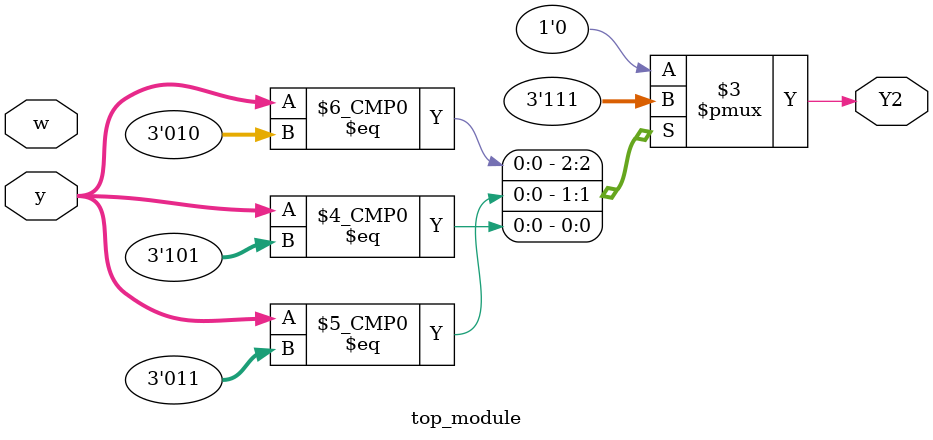
<source format=sv>
module top_module(
    input [3:1] y,
    input w,
    output reg Y2);

    // Define the states
    parameter A = 3'b000;
    parameter B = 3'b001;
    parameter C = 3'b010;
    parameter D = 3'b011;
    parameter E = 3'b100;
    parameter F = 3'b101;

    always @(*) begin
        case (y)
            A: Y2 = 1'b0;
            B: Y2 = 1'b0;
            C: Y2 = 1'b1;
            D: Y2 = 1'b1;
            E: Y2 = 1'b0;
            F: Y2 = 1'b1;
            default: Y2 = 1'b0; // default case should never be hit
        endcase
    end

endmodule

</source>
